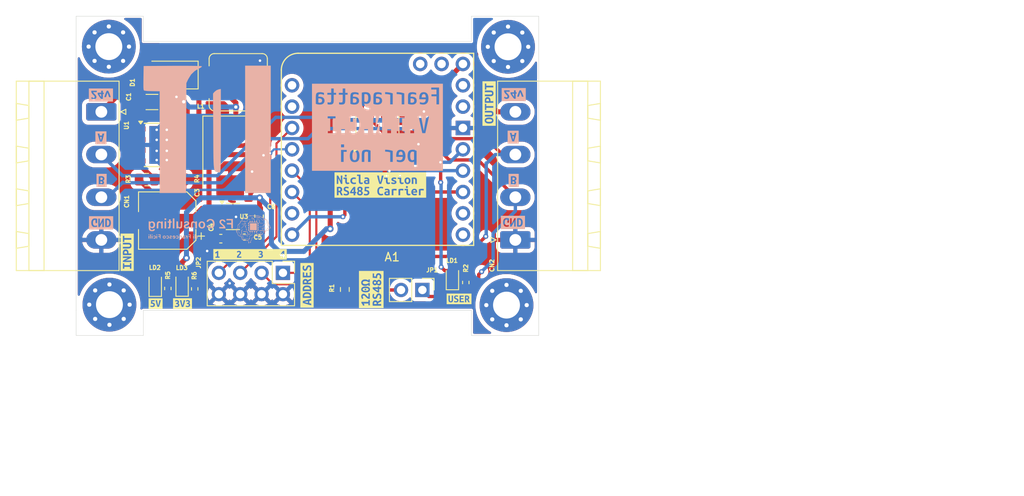
<source format=kicad_pcb>
(kicad_pcb (version 20241229) (generator "pcbnew") (generator_version "9.0")
  (layers (0 "F.Cu" signal) (4 "In1.Cu" signal) (6 "In2.Cu" signal) (2 "B.Cu" signal) (13 "F.Paste" user) (15 "B.Paste" user) (5 "F.SilkS" user "F.Silkscreen") (7 "B.SilkS" user "B.Silkscreen") (1 "F.Mask" user) (3 "B.Mask" user) (25 "Edge.Cuts" user))
  (net 0 "")
  (net 1 "Net-(D1-K)")
  (net 2 "GND")
  (net 3 "Net-(D2-K)")
  (net 4 "Net-(U1-BOOT)")
  (net 5 "/5V")
  (net 6 "Net-(U3-BP)")
  (net 7 "/3V3")
  (net 8 "/B")
  (net 9 "/24V")
  (net 10 "/A")
  (net 11 "/SCL")
  (net 12 "/SDA")
  (net 13 "Net-(JP1-B)")
  (net 14 "Net-(LD1-K)")
  (net 15 "/LED")
  (net 16 "Net-(LD2-K)")
  (net 17 "Net-(LD3-K)")
  (net 18 "Net-(U1-VSENSE)")
  (net 22 "/DE_RE")
  (net 23 "/DI")
  (net 24 "/RO")
  (net 31 "/D10")
  (net 32 "/D9")
  (net 33 "/D8")
  (net 34 "/D7")
  (footprint "kibuzzard-687D11A9" (layer "F.Cu") (at 130.95 107.13)
    (property "Reference" "kibuzzard-687D11A9" (hide yes))
    (property "Value" "G***" (hide yes))
  )
  (footprint "Capacitor_SMD:C_0402_1005Metric" (layer "F.Cu") (at 138.31 99.205 180)
    (property "Reference" "C5" (at -1.59 -0.03 0) (layer "F.SilkS") (effects (font (size 0.5 0.5) (thickness 0.125))))
    (property "Value" "470pF" (hide yes))
    (pad "1" smd roundrect (at -0.48 0 180) (size 0.56 0.62) (layers "F.Cu" "F.Mask" "F.Paste") (net 6 "Net-(U3-BP)"))
    (pad "2" smd roundrect (at 0.48 0 180) (size 0.56 0.62) (layers "F.Cu" "F.Mask" "F.Paste") (net 2 "GND"))
  )
  (footprint "Resistor_SMD:R_0402_1005Metric" (layer "F.Cu") (at 129.21 105.33 90)
    (property "Reference" "R5" (at 1.5625 0 90) (layer "F.SilkS") (effects (font (size 0.5 0.5) (thickness 0.125))))
    (property "Value" "1k" (hide yes))
    (pad "1" smd roundrect (at -0.51 0 90) (size 0.54 0.64) (layers "F.Cu" "F.Mask" "F.Paste") (net 16 "Net-(LD2-K)"))
    (pad "2" smd roundrect (at 0.51 0 90) (size 0.54 0.64) (layers "F.Cu" "F.Mask" "F.Paste") (net 2 "GND"))
  )
  (footprint "Capacitor_SMD:C_0402_1005Metric" (layer "F.Cu") (at 131.03 84.655 180)
    (property "Reference" "C2" (at 0.15 0.975 180) (layer "F.SilkS") (effects (font (size 0.5 0.5) (thickness 0.125))))
    (property "Value" "10nF" (hide yes))
    (pad "1" smd roundrect (at -0.48 0 180) (size 0.56 0.62) (layers "F.Cu" "F.Mask" "F.Paste") (net 3 "Net-(D2-K)"))
    (pad "2" smd roundrect (at 0.48 0 180) (size 0.56 0.62) (layers "F.Cu" "F.Mask" "F.Paste") (net 4 "Net-(U1-BOOT)"))
  )
  (footprint "Capacitor_SMD:C_0603_1608Metric" (layer "F.Cu") (at 140.05 96.725 -90)
    (property "Reference" "C6" (at -1.12 -1.46 180) (layer "F.SilkS") (effects (font (size 0.5 0.5) (thickness 0.125))))
    (property "Value" "10uF" (hide yes))
    (pad "1" smd roundrect (at -0.775 0 270) (size 0.9 0.95) (layers "F.Cu" "F.Mask" "F.Paste") (net 7 "/3V3"))
    (pad "2" smd roundrect (at 0.775 0 270) (size 0.9 0.95) (layers "F.Cu" "F.Mask" "F.Paste") (net 2 "GND"))
  )
  (footprint "Diode_SMD:D_SMC" (layer "F.Cu") (at 136.62 89.72 -90)
    (property "Reference" "D2" (at -4.41 -4.01 90) (layer "F.SilkS") (effects (font (size 0.5 0.5) (thickness 0.125))))
    (property "Value" "B560C-13-F" (hide yes))
    (pad "1" smd roundrect (at -3.4 0) (size 3.3 2.5) (layers "F.Cu" "F.Mask" "F.Paste") (roundrect_rratio 0.1) (net 3 "Net-(D2-K)"))
    (pad "2" smd roundrect (at 3.4 0) (size 3.3 2.5) (layers "F.Cu" "F.Mask" "F.Paste") (roundrect_rratio 0.1) (net 2 "GND"))
  )
  (footprint "MountingHole:MountingHole_3.2mm_M3_Pad_Via" (layer "F.Cu") (at 122.19 76.55)
    (property "Reference" "REF**" (hide yes))
    (property "Value" "MountingHole_3.2mm_M3_Pad_Via" (hide yes))
    (pad "1" thru_hole circle (at -2.4 0) (size 0.8 0.8) (drill 0.5) (layers "*.Cu" "*.Mask"))
    (pad "1" thru_hole circle (at -1.697056 -1.697056) (size 0.8 0.8) (drill 0.5) (layers "*.Cu" "*.Mask"))
    (pad "1" thru_hole circle (at -1.697056 1.697056) (size 0.8 0.8) (drill 0.5) (layers "*.Cu" "*.Mask"))
    (pad "1" thru_hole circle (at 0 -2.4) (size 0.8 0.8) (drill 0.5) (layers "*.Cu" "*.Mask"))
    (pad "1" thru_hole circle (at 0 0) (size 6.4 6.4) (drill 3.2) (layers "*.Cu" "*.Mask"))
    (pad "1" thru_hole circle (at 0 2.4) (size 0.8 0.8) (drill 0.5) (layers "*.Cu" "*.Mask"))
    (pad "1" thru_hole circle (at 1.697056 -1.697056) (size 0.8 0.8) (drill 0.5) (layers "*.Cu" "*.Mask"))
    (pad "1" thru_hole circle (at 1.697056 1.697056) (size 0.8 0.8) (drill 0.5) (layers "*.Cu" "*.Mask"))
    (pad "1" thru_hole circle (at 2.4 0) (size 0.8 0.8) (drill 0.5) (layers "*.Cu" "*.Mask"))
  )
  (footprint "LED_SMD:LED_0603_1608Metric" (layer "F.Cu") (at 163.04 103.9975 90)
    (property "Reference" "LD1" (at 1.9875 -0.06 180) (layer "F.SilkS") (effects (font (size 0.5 0.5) (thickness 0.125))))
    (property "Value" "3v3" (hide yes))
    (pad "1" smd roundrect (at -0.7875 0 90) (size 0.875 0.95) (layers "F.Cu" "F.Mask" "F.Paste") (net 14 "Net-(LD1-K)"))
    (pad "2" smd roundrect (at 0.7875 0 90) (size 0.875 0.95) (layers "F.Cu" "F.Mask" "F.Paste") (net 15 "/LED"))
  )
  (footprint "Resistor_SMD:R_0603_1608Metric" (layer "F.Cu") (at 150.25 105.45 -90)
    (property "Reference" "R1" (at -0.155 1.54 90) (layer "F.SilkS") (effects (font (size 0.5 0.5) (thickness 0.125))))
    (property "Value" "120" (hide yes))
    (pad "1" smd roundrect (at -0.825 0 270) (size 0.8 0.95) (layers "F.Cu" "F.Mask" "F.Paste") (net 10 "/A"))
    (pad "2" smd roundrect (at 0.825 0 270) (size 0.8 0.95) (layers "F.Cu" "F.Mask" "F.Paste") (net 13 "Net-(JP1-B)"))
  )
  (footprint "Capacitor_SMD:CP_Elec_6.3x7.7" (layer "F.Cu") (at 129.13 97.25 180)
    (property "Reference" "C3" (at -3.56 3.31 90) (layer "F.SilkS") (effects (font (size 0.5 0.5) (thickness 0.125))))
    (property "Value" "150uF" (hide yes))
    (pad "1" smd roundrect (at -2.7 0 180) (size 3.5 1.6) (layers "F.Cu" "F.Mask" "F.Paste") (roundrect_rratio 0.15625) (net 5 "/5V"))
    (pad "2" smd roundrect (at 2.7 0 180) (size 3.5 1.6) (layers "F.Cu" "F.Mask" "F.Paste") (roundrect_rratio 0.15625) (net 2 "GND"))
  )
  (footprint "Connector_PinHeader_2.54mm:PinHeader_1x02_P2.54mm_Vertical" (layer "F.Cu") (at 159.47 105.51 -90)
    (property "Reference" "JP1" (at -2.37 -1.15 180) (layer "F.SilkS") (effects (font (size 0.5 0.5) (thickness 0.125))))
    (property "Value" "RS485 Term" (hide yes))
    (pad "1" thru_hole rect (at 0 0 270) (size 1.7 1.7) (drill 1) (layers "*.Cu" "*.Mask") (net 8 "/B"))
    (pad "2" thru_hole circle (at 0 2.54 270) (size 1.7 1.7) (drill 1) (layers "*.Cu" "*.Mask") (net 13 "Net-(JP1-B)"))
  )
  (footprint "Package_SO:SOIC-8_3.9x4.9mm_P1.27mm" (layer "F.Cu") (at 154.125 86.145 90)
    (property "Reference" "U2" (at 4.695 -0.215 0) (layer "F.SilkS") (effects (font (size 0.5 0.5) (thickness 0.125))))
    (property "Value" "MAX3485EESA+T" (hide yes))
    (pad "1" smd roundrect (at -2.475 -1.905 90) (size 1.95 0.6) (layers "F.Cu" "F.Mask" "F.Paste") (net 24 "/RO"))
    (pad "2" smd roundrect (at -2.475 -0.635 90) (size 1.95 0.6) (layers "F.Cu" "F.Mask" "F.Paste") (net 22 "/DE_RE"))
    (pad "3" smd roundrect (at -2.475 0.635 90) (size 1.95 0.6) (layers "F.Cu" "F.Mask" "F.Paste") (net 22 "/DE_RE"))
    (pad "4" smd roundrect (at -2.475 1.905 90) (size 1.95 0.6) (layers "F.Cu" "F.Mask" "F.Paste") (net 23 "/DI"))
    (pad "5" smd roundrect (at 2.475 1.905 90) (size 1.95 0.6) (layers "F.Cu" "F.Mask" "F.Paste") (net 2 "GND"))
    (pad "6" smd roundrect (at 2.475 0.635 90) (size 1.95 0.6) (layers "F.Cu" "F.Mask" "F.Paste") (net 10 "/A"))
    (pad "7" smd roundrect (at 2.475 -0.635 90) (size 1.95 0.6) (layers "F.Cu" "F.Mask" "F.Paste") (net 8 "/B"))
    (pad "8" smd roundrect (at 2.475 -1.905 90) (size 1.95 0.6) (layers "F.Cu" "F.Mask" "F.Paste") (net 7 "/3V3"))
  )
  (footprint "MountingHole:MountingHole_3.2mm_M3_Pad_Via" (layer "F.Cu") (at 169.47 107.31)
    (property "Reference" "REF**" (hide yes))
    (property "Value" "MountingHole_3.2mm_M3_Pad_Via" (hide yes))
    (pad "1" thru_hole circle (at -2.4 0) (size 0.8 0.8) (drill 0.5) (layers "*.Cu" "*.Mask"))
    (pad "1" thru_hole circle (at -1.697056 -1.697056) (size 0.8 0.8) (drill 0.5) (layers "*.Cu" "*.Mask"))
    (pad "1" thru_hole circle (at -1.697056 1.697056) (size 0.8 0.8) (drill 0.5) (layers "*.Cu" "*.Mask"))
    (pad "1" thru_hole circle (at 0 -2.4) (size 0.8 0.8) (drill 0.5) (layers "*.Cu" "*.Mask"))
    (pad "1" thru_hole circle (at 0 0) (size 6.4 6.4) (drill 3.2) (layers "*.Cu" "*.Mask"))
    (pad "1" thru_hole circle (at 0 2.4) (size 0.8 0.8) (drill 0.5) (layers "*.Cu" "*.Mask"))
    (pad "1" thru_hole circle (at 1.697056 -1.697056) (size 0.8 0.8) (drill 0.5) (layers "*.Cu" "*.Mask"))
    (pad "1" thru_hole circle (at 1.697056 1.697056) (size 0.8 0.8) (drill 0.5) (layers "*.Cu" "*.Mask"))
    (pad "1" thru_hole circle (at 2.4 0) (size 0.8 0.8) (drill 0.5) (layers "*.Cu" "*.Mask"))
  )
  (footprint "MountingHole:MountingHole_3.2mm_M3_Pad_Via" (layer "F.Cu") (at 122.262944 107.257056)
    (property "Reference" "REF**" (hide yes))
    (property "Value" "MountingHole_3.2mm_M3_Pad_Via" (hide yes))
    (pad "1" thru_hole circle (at -2.4 0) (size 0.8 0.8) (drill 0.5) (layers "*.Cu" "*.Mask"))
    (pad "1" thru_hole circle (at -1.697056 -1.697056) (size 0.8 0.8) (drill 0.5) (layers "*.Cu" "*.Mask"))
    (pad "1" thru_hole circle (at -1.697056 1.697056) (size 0.8 0.8) (drill 0.5) (layers "*.Cu" "*.Mask"))
    (pad "1" thru_hole circle (at 0 -2.4) (size 0.8 0.8) (drill 0.5) (layers "*.Cu" "*.Mask"))
    (pad "1" thru_hole circle (at 0 0) (size 6.4 6.4) (drill 3.2) (layers "*.Cu" "*.Mask"))
    (pad "1" thru_hole circle (at 0 2.4) (size 0.8 0.8) (drill 0.5) (layers "*.Cu" "*.Mask"))
    (pad "1" thru_hole circle (at 1.697056 -1.697056) (size 0.8 0.8) (drill 0.5) (layers "*.Cu" "*.Mask"))
    (pad "1" thru_hole circle (at 1.697056 1.697056) (size 0.8 0.8) (drill 0.5) (layers "*.Cu" "*.Mask"))
    (pad "1" thru_hole circle (at 2.4 0) (size 0.8 0.8) (drill 0.5) (layers "*.Cu" "*.Mask"))
  )
  (footprint "Inductor_SMD:L_Bourns_SRP7028A_7.3x6.6mm" (layer "F.Cu") (at 137.575 80.79)
    (property "Reference" "L1" (at -4.455 2.86 0) (layer "F.SilkS") (effects (font (size 0.5 0.5) (thickness 0.125))))
    (property "Value" "MWSA0624S-4R7MT" (hide yes))
    (pad "1" smd rect (at -2.725 0) (size 2.95 3.5) (layers "F.Cu" "F.Mask" "F.Paste") (net 3 "Net-(D2-K)"))
    (pad "2" smd rect (at 2.725 0) (size 2.95 3.5) (layers "F.Cu" "F.Mask" "F.Paste") (net 5 "/5V"))
  )
  (footprint "kibuzzard-687D131B" (layer "F.Cu") (at 124.37 101.02 90)
    (property "Reference" "kibuzzard-687D131B" (hide yes))
    (property "Value" "G***" (hide yes))
  )
  (footprint "kibuzzard-687D13F1" (layer "F.Cu") (at 145.75 104.95 90)
    (property "Reference" "kibuzzard-687D13F1" (hide yes))
    (property "Value" "G***" (hide yes))
  )
  (footprint "Connector_Phoenix_MSTB:PhoenixContact_MSTBA_2,5_4-G-5,08_1x04_P5.08mm_Horizontal" (layer "F.Cu") (at 121.3 84.31 -90)
    (property "Reference" "CN1" (at 10.67 -3.02 90) (layer "F.SilkS") (effects (font (size 0.5 0.5) (thickness 0.125))))
    (property "Value" "Input")
    (pad "1" thru_hole roundrect (at 0 0 270) (size 2.08 3.6) (drill 1.4) (layers "*.Cu" "*.Mask") (roundrect_rratio 0.120192) (net 9 "/24V"))
    (pad "2" thru_hole oval (at 5.08 0 270) (size 2.08 3.6) (drill 1.4) (layers "*.Cu" "*.Mask") (net 10 "/A"))
    (pad "3" thru_hole oval (at 10.16 0 270) (size 2.08 3.6) (drill 1.4) (layers "*.Cu" "*.Mask") (net 8 "/B"))
    (pad "4" thru_hole oval (at 15.24 0 270) (size 2.08 3.6) (drill 1.4) (layers "*.Cu" "*.Mask") (net 2 "GND"))
  )
  (footprint "Logo:IDT" (layer "F.Cu") (at 227.04 128.67)
    (property "Reference" "G***" (hide yes))
    (property "Value" "LOGO" (hide yes))
  )
  (footprint "Diode_SMD:D_SMA" (layer "F.Cu") (at 129.3 79.93 180)
    (property "Reference" "D1" (at 4.3 -0.89 90) (layer "F.SilkS") (effects (font (size 0.5 0.5) (thickness 0.125))))
    (property "Value" "D_Schottky" (hide yes))
    (pad "1" smd roundrect (at -2 0 180) (size 2.5 1.8) (layers "F.Cu" "F.Mask" "F.Paste") (roundrect_rratio 0.1388888889) (net 1 "Net-(D1-K)"))
    (pad "2" smd roundrect (at 2 0 180) (size 2.5 1.8) (layers "F.Cu" "F.Mask" "F.Paste") (roundrect_rratio 0.1388888889) (net 9 "/24V"))
  )
  (footprint "Capacitor_SMD:C_1206_3216Metric" (layer "F.Cu") (at 127.32 83.14)
    (property "Reference" "C1" (at -2.765 -0.615 90) (layer "F.SilkS") (effects (font (size 0.5 0.5) (thickness 0.125))))
    (property "Value" "10uF" (hide yes))
    (pad "1" smd roundrect (at -1.475 0) (size 1.15 1.8) (layers "F.Cu" "F.Mask" "F.Paste") (roundrect_rratio 0.217391) (net 1 "Net-(D1-K)"))
    (pad "2" smd roundrect (at 1.475 0) (size 1.15 1.8) (layers "F.Cu" "F.Mask" "F.Paste") (roundrect_rratio 0.217391) (net 2 "GND"))
  )
  (footprint "Resistor_SMD:R_0402_1005Metric" (layer "F.Cu") (at 132.4 105.38 90)
    (property "Reference" "R6" (at 1.5725 -0.05 90) (layer "F.SilkS") (effects (font (size 0.5 0.5) (thickness 0.125))))
    (property "Value" "1k" (hide yes))
    (pad "1" smd roundrect (at -0.51 0 90) (size 0.54 0.64) (layers "F.Cu" "F.Mask" "F.Paste") (net 17 "Net-(LD3-K)"))
    (pad "2" smd roundrect (at 0.51 0 90) (size 0.54 0.64) (layers "F.Cu" "F.Mask" "F.Paste") (net 2 "GND"))
  )
  (footprint "kibuzzard-687D1379" (layer "F.Cu") (at 167.4 83.32 90)
    (property "Reference" "kibuzzard-687D1379" (hide yes))
    (property "Value" "G***" (hide yes))
  )
  (footprint "Resistor_SMD:R_0805_2012Metric" (layer "F.Cu") (at 126.6975 92.37)
    (property "Reference" "R3" (at -2.1875 -0.04 90) (layer "F.SilkS") (effects (font (size 0.5 0.5) (thickness 0.125))))
    (property "Value" "10k" (hide yes))
    (pad "1" smd roundrect (at -0.9125 0) (size 1.025 1.4) (layers "F.Cu" "F.Mask" "F.Paste") (roundrect_rratio 0.243902) (net 5 "/5V"))
    (pad "2" smd roundrect (at 0.9125 0) (size 1.025 1.4) (layers "F.Cu" "F.Mask" "F.Paste") (roundrect_rratio 0.243902) (net 18 "Net-(U1-VSENSE)"))
  )
  (footprint "kibuzzard-687D11CA" (layer "F.Cu") (at 163.83 106.57)
    (property "Reference" "kibuzzard-687D11CA" (hide yes))
    (property "Value" "G***" (hide yes))
  )
  (footprint "Package_TO_SOT_SMD:SOT-23-5" (layer "F.Cu") (at 136.9425 96.765)
    (property "Reference" "U3" (at 1.3075 0.01 0) (layer "F.SilkS") (effects (font (size 0.5 0.5) (thickness 0.125))))
    (property "Value" "SPX3819M5-L-3-3" (hide yes))
    (pad "1" smd roundrect (at -1.1375 -0.95) (size 1.325 0.6) (layers "F.Cu" "F.Mask" "F.Paste") (net 5 "/5V"))
    (pad "2" smd roundrect (at -1.1375 0) (size 1.325 0.6) (layers "F.Cu" "F.Mask" "F.Paste") (net 2 "GND"))
    (pad "3" smd roundrect (at -1.1375 0.95) (size 1.325 0.6) (layers "F.Cu" "F.Mask" "F.Paste") (net 5 "/5V"))
    (pad "4" smd roundrect (at 1.1375 0.95) (size 1.325 0.6) (layers "F.Cu" "F.Mask" "F.Paste") (net 6 "Net-(U3-BP)"))
    (pad "5" smd roundrect (at 1.1375 -0.95) (size 1.325 0.6) (layers "F.Cu" "F.Mask" "F.Paste") (net 7 "/3V3"))
  )
  (footprint "kibuzzard-687D118B" (layer "F.Cu") (at 127.75 107.13)
    (property "Reference" "kibuzzard-687D118B" (hide yes))
    (property "Value" "G***" (hide yes))
  )
  (footprint "Resistor_SMD:R_0402_1005Metric" (layer "F.Cu") (at 164.63 104.62 90)
    (property "Reference" "R2" (at 1.6925 0.01 90) (layer "F.SilkS") (effects (font (size 0.5 0.5) (thickness 0.125))))
    (property "Value" "1k" (hide yes))
    (pad "1" smd roundrect (at -0.51 0 90) (size 0.54 0.64) (layers "F.Cu" "F.Mask" "F.Paste") (net 14 "Net-(LD1-K)"))
    (pad "2" smd roundrect (at 0.51 0 90) (size 0.54 0.64) (layers "F.Cu" "F.Mask" "F.Paste") (net 2 "GND"))
  )
  (footprint "kibuzzard-687D1424" (layer "F.Cu") (at 154.47 93.02)
    (property "Reference" "kibuzzard-687D1424" (hide yes))
    (property "Value" "G***" (hide yes))
  )
  (footprint "Package_SO:TI_SO-PowerPAD-8_ThermalVias" (layer "F.Cu") (at 128.48 88.25)
    (property "Reference" "U1" (at -4.19 -2.33 270) (layer "F.SilkS") (effects (font (size 0.5 0.5) (thickness 0.125))))
    (property "Value" "TPS5430DDA" (hide yes))
    (pad "1" smd rect (at -2.7 -1.905) (size 1.55 0.6) (layers "F.Cu" "F.Mask" "F.Paste") (net 4 "Net-(U1-BOOT)"))
    (pad "2" smd rect (at -2.7 -0.635) (size 1.55 0.6) (layers "F.Cu" "F.Mask" "F.Paste"))
    (pad "3" smd rect (at -2.7 0.635) (size 1.55 0.6) (layers "F.Cu" "F.Mask" "F.Paste"))
    (pad "4" smd rect (at -2.7 1.905) (size 1.55 0.6) (layers "F.Cu" "F.Mask" "F.Paste") (net 18 "Net-(U1-VSENSE)"))
    (pad "5" smd rect (at 2.7 1.905) (size 1.55 0.6) (layers "F.Cu" "F.Mask" "F.Paste"))
    (pad "6" smd rect (at 2.7 0.635) (size 1.55 0.6) (layers "F.Cu" "F.Mask" "F.Paste") (net 2 "GND"))
    (pad "7" smd rect (at 2.7 -0.635) (size 1.55 0.6) (layers "F.Cu" "F.Mask" "F.Paste") (net 1 "Net-(D1-K)"))
    (pad "8" smd rect (at 2.7 -1.905) (size 1.55 0.6) (layers "F.Cu" "F.Mask" "F.Paste") (net 3 "Net-(D2-K)"))
    (pad "9" thru_hole circle (at -0.6 -1.8) (size 0.6 0.6) (drill 0.3) (layers "*.Cu") (net 2 "GND"))
    (pad "9" thru_hole circle (at -0.6 -0.6) (size 0.6 0.6) (drill 0.3) (layers "*.Cu") (net 2 "GND"))
    (pad "9" thru_hole circle (at -0.6 0.7) (size 0.6 0.6) (drill 0.3) (layers "*.Cu") (net 2 "GND"))
    (pad "9" thru_hole circle (at -0.6 1.8) (size 0.6 0.6) (drill 0.3) (layers "*.Cu") (net 2 "GND"))
    (pad "9" smd rect (at 0 0) (size 2.6 3.1) (layers "F.Cu" "F.Mask" "F.Paste") (net 2 "GND"))
    (pad "9" smd rect (at 0 0) (size 2.95 4.5) (layers "F.Cu") (net 2 "GND"))
    (pad "9" smd rect (at 0 0) (size 2.95 4.5) (layers "B.Cu") (net 2 "GND"))
    (pad "9" thru_hole circle (at 0.6 -1.8) (size 0.6 0.6) (drill 0.3) (layers "*.Cu") (net 2 "GND"))
    (pad "9" thru_hole circle (at 0.6 -0.6) (size 0.6 0.6) (drill 0.3) (layers "*.Cu") (net 2 "GND"))
    (pad "9" thru_hole circle (at 0.6 0.7) (size 0.6 0.6) (drill 0.3) (layers "*.Cu") (net 2 "GND"))
    (pad "9" thru_hole circle (at 0.6 1.8) (size 0.6 0.6) (drill 0.3) (layers "*.Cu") (net 2 "GND"))
  )
  (footprint "MountingHole:MountingHole_3.2mm_M3_Pad_Via" (layer "F.Cu") (at 169.65 76.57)
    (property "Reference" "REF**" (hide yes))
    (property "Value" "MountingHole_3.2mm_M3_Pad_Via" (hide yes))
    (pad "1" thru_hole circle (at -2.4 0) (size 0.8 0.8) (drill 0.5) (layers "*.Cu" "*.Mask"))
    (pad "1" thru_hole circle (at -1.697056 -1.697056) (size 0.8 0.8) (drill 0.5) (layers "*.Cu" "*.Mask"))
    (pad "1" thru_hole circle (at -1.697056 1.697056) (size 0.8 0.8) (drill 0.5) (layers "*.Cu" "*.Mask"))
    (pad "1" thru_hole circle (at 0 -2.4) (size 0.8 0.8) (drill 0.5) (layers "*.Cu" "*.Mask"))
    (pad "1" thru_hole circle (at 0 0) (size 6.4 6.4) (drill 3.2) (layers "*.Cu" "*.Mask"))
    (pad "1" thru_hole circle (at 0 2.4) (size 0.8 0.8) (drill 0.5) (layers "*.Cu" "*.Mask"))
    (pad "1" thru_hole circle (at 1.697056 -1.697056) (size 0.8 0.8) (drill 0.5) (layers "*.Cu" "*.Mask"))
    (pad "1" thru_hole circle (at 1.697056 1.697056) (size 0.8 0.8) (drill 0.5) (layers "*.Cu" "*.Mask"))
    (pad "1" thru_hole circle (at 2.4 0) (size 0.8 0.8) (drill 0.5) (layers "*.Cu" "*.Mask"))
  )
  (footprint "Connector_Phoenix_MSTB:PhoenixContact_MSTBA_2,5_4-G-5,08_1x04_P5.08mm_Horizontal" (layer "F.Cu") (at 170.5225 99.55 90)
    (property "Reference" "CN2" (at -3.05 -2.7725 90) (layer "F.SilkS") (effects (font (size 0.5 0.5) (thickness 0.125))))
    (property "Value" "Output")
    (pad "1" thru_hole roundrect (at 0 0 90) (size 2.08 3.6) (drill 1.4) (layers "*.Cu" "*.Mask") (roundrect_rratio 0.120192) (net 2 "GND"))
    (pad "2" thru_hole oval (at 5.08 0 90) (size 2.08 3.6) (drill 1.4) (layers "*.Cu" "*.Mask") (net 8 "/B"))
    (pad "3" thru_hole oval (at 10.16 0 90) (size 2.08 3.6) (drill 1.4) (layers "*.Cu" "*.Mask") (net 10 "/A"))
    (pad "4" thru_hole oval (at 15.24 0 90) (size 2.08 3.6) (drill 1.4) (layers "*.Cu" "*.Mask") (net 9 "/24V"))
  )
  (footprint "kibuzzard-687D1205" (layer "F.Cu") (at 138.98 101.27)
    (property "Reference" "kibuzzard-687D1205" (hide yes))
    (property "Value" "G***" (hide yes))
  )
  (footprint "Footprint:Arduino_Nicla_Vision_Socket" (layer "F.Cu") (at 142.7 77.34)
    (property "Reference" "A1" (at 13.18 24.25 0) (layer "F.SilkS"))
    (property "Value" "Arduino_Nicla_Vision_Socket" (hide yes))
    (pad "" thru_hole circle (at 21.59 3.81) (size 1.7272 1.7272) (drill 1.016) (layers "*.Cu" "*.Mask"))
    (pad "A0" thru_hole circle (at 1.27 3.81) (size 1.7272 1.7272) (drill 1.016) (layers "*.Cu" "*.Mask"))
    (pad "A1" thru_hole circle (at 1.27 6.35) (size 1.7272 1.7272) (drill 1.016) (layers "*.Cu" "*.Mask"))
    (pad "A2" thru_hole circle (at 1.27 19.05) (size 1.7272 1.7272) (drill 1.016) (layers "*.Cu" "*.Mask"))
    (pad "D0" thru_hole circle (at 1.27 21.59) (size 1.7272 1.7272) (drill 1.016) (layers "*.Cu" "*.Mask") (net 22 "/DE_RE"))
    (pad "D1" thru_hole circle (at 21.59 16.51) (size 1.7272 1.7272) (drill 1.016) (layers "*.Cu" "*.Mask") (net 23 "/DI"))
    (pad "D2" thru_hole circle (at 21.59 13.97) (size 1.7272 1.7272) (drill 1.016) (layers "*.Cu" "*.Mask") (net 24 "/RO"))
    (pad "D3" thru_hole circle (at 21.59 11.43) (size 1.7272 1.7272) (drill 1.016) (layers "*.Cu" "*.Mask") (net 15 "/LED"))
    (pad "D7" thru_hole circle (at 1.27 16.51) (size 1.7272 1.7272) (drill 1.016) (layers "*.Cu" "*.Mask") (net 34 "/D7"))
    (pad "D8" thru_hole circle (at 1.27 13.97) (size 1.7272 1.7272) (drill 1.016) (layers "*.Cu" "*.Mask") (net 33 "/D8"))
    (pad "D9" thru_hole circle (at 1.27 8.89) (size 1.7272 1.7272) (drill 1.016) (layers "*.Cu" "*.Mask") (net 32 "/D9"))
    (pad "D10" thru_hole circle (at 1.27 11.43) (size 1.7272 1.7272) (drill 1.016) (layers "*.Cu" "*.Mask") (net 31 "/D10"))
    (pad "D11" thru_hole circle (at 21.59 21.59) (size 1.7272 1.7272) (drill 1.016) (layers "*.Cu" "*.Mask") (net 12 "/SDA"))
    (pad "D12" thru_hole circle (at 21.59 19.05) (size 1.7272 1.7272) (drill 1.016) (layers "*.Cu" "*.Mask") (net 11 "/SCL"))
    (pad "GND" thru_hole rect (at 21.59 8.89) (size 1.7272 1.7272) (drill 1.016) (layers "*.Cu" "*.Mask") (net 2 "GND"))
    (pad "NTC" thru_hole circle (at 19.05 1.27) (size 1.7272 1.7272) (drill 1.016) (layers "*.Cu" "*.Mask"))
    (pad "VBAT" thru_hole circle (at 16.51 1.27) (size 1.7272 1.7272) (drill 1.016) (layers "*.Cu" "*.Mask"))
    (pad "VDIO" thru_hole circle (at 21.59 6.35) (size 1.7272 1.7272) (drill 1.016) (layers "*.Cu" "*.Mask"))
    (pad "VIN" thru_hole circle (at 21.59 1.27) (size 1.7272 1.7272) (drill 1.016) (layers "*.Cu" "*.Mask") (net 5 "/5V"))
  )
  (footprint "Capacitor_SMD:C_0603_1608Metric" (layer "F.Cu") (at 135.505 99.405)
    (property "Reference" "C4" (at -1.145 -1.36 90) (layer "F.SilkS") (effects (font (size 0.5 0.5) (thickness 0.125))))
    (property "Value" "1uF" (hide yes))
    (pad "1" smd roundrect (at -0.775 0) (size 0.9 0.95) (layers "F.Cu" "F.Mask" "F.Paste") (net 5 "/5V"))
    (pad "2" smd roundrect (at 0.775 0) (size 0.9 0.95) (layers "F.Cu" "F.Mask" "F.Paste") (net 2 "GND"))
  )
  (footprint "Resistor_SMD:R_0805_2012Metric" (layer "F.Cu") (at 130.2475 92.35)
    (property "Reference" "R4" (at 2.43 -0.07 90) (layer "F.SilkS") (effects (font (size 0.5 0.5) (thickness 0.125))))
    (property "Value" "3.3k" (hide yes))
    (pad "1" smd roundrect (at -0.9125 0) (size 1.025 1.4) (layers "F.Cu" "F.Mask" "F.Paste") (roundrect_rratio 0.243902) (net 18 "Net-(U1-VSENSE)"))
    (pad "2" smd roundrect (at 0.9125 0) (size 1.025 1.4) (layers "F.Cu" "F.Mask" "F.Paste") (roundrect_rratio 0.243902) (net 2 "GND"))
  )
  (footprint "Connector_PinHeader_2.54mm:PinHeader_2x04_P2.54mm_Vertical" (layer "F.Cu") (at 142.89 103.47 -90)
    (property "Reference" "JP2" (at -1.2 10.03 90) (layer "F.SilkS") (effects (font (size 0.5 0.5) (thickness 0.125))))
    (property "Value" "Address" (hide yes))
    (pad "1" thru_hole rect (at 0 0 270) (size 1.7 1.7) (drill 1) (layers "*.Cu" "*.Mask") (net 34 "/D7"))
    (pad "2" thru_hole circle (at 2.54 0 270) (size 1.7 1.7) (drill 1) (layers "*.Cu" "*.Mask") (net 2 "GND"))
    (pad "3" thru_hole circle (at 0 2.54 270) (size 1.7 1.7) (drill 1) (layers "*.Cu" "*.Mask") (net 33 "/D8"))
    (pad "4" thru_hole circle (at 2.54 2.54 270) (size 1.7 1.7) (drill 1) (layers "*.Cu" "*.Mask") (net 2 "GND"))
    (pad "5" thru_hole circle (at 0 5.08 270) (size 1.7 1.7) (drill 1) (layers "*.Cu" "*.Mask") (net 32 "/D9"))
    (pad "6" thru_hole circle (at 2.54 5.08 270) (size 1.7 1.7) (drill 1) (layers "*.Cu" "*.Mask") (net 2 "GND"))
    (pad "7" thru_hole circle (at 0 7.62 270) (size 1.7 1.7) (drill 1) (layers "*.Cu" "*.Mask") (net 31 "/D10"))
    (pad "8" thru_hole circle (at 2.54 7.62 270) (size 1.7 1.7) (drill 1) (layers "*.Cu" "*.Mask") (net 2 "GND"))
  )
  (footprint "kibuzzard-687D13E0" (layer "F.Cu") (at 153.39 105.45 90)
    (property "Reference" "kibuzzard-687D13E0" (hide yes))
    (property "Value" "G***" (hide yes))
  )
  (footprint "LED_SMD:LED_0603_1608Metric" (layer "F.Cu") (at 130.9 104.77 90)
    (property "Reference" "LD3" (at 1.9 -0.04 180) (layer "F.SilkS") (effects (font (size 0.5 0.5) (thickness 0.125))))
    (property "Value" "3v3" (hide yes))
    (pad "1" smd roundrect (at -0.7875 0 90) (size 0.875 0.95) (layers "F.Cu" "F.Mask" "F.Paste") (net 17 "Net-(LD3-K)"))
    (pad "2" smd roundrect (at 0.7875 0 90) (size 0.875 0.95) (layers "F.Cu" "F.Mask" "F.Paste") (net 7 "/3V3"))
  )
  (footprint "LED_SMD:LED_0603_1608Metric" (layer "F.Cu") (at 127.71 104.79 90)
    (property "Reference" "LD2" (at 1.94 -0.05 0) (layer "F.SilkS") (effects (font (size 0.5 0.5) (thickness 0.125))))
    (property "Value" "5v" (hide yes))
    (pad "1" smd roundrect (at -0.7875 0 90) (size 0.875 0.95) (layers "F.Cu" "F.Mask" "F.Paste") (net 16 "Net-(LD2-K)"))
    (pad "2" smd roundrect (at 0.7875 0 90) (size 0.875 0.95) (layers "F.Cu" "F.Mask" "F.Paste") (net 5 "/5V"))
  )
  (footprint "kibuzzard-687D122C" (layer "B.Cu") (at 170.33 82.26)
    (property "Reference" "kibuzzard-687D122C" (hide yes))
    (property "Value" "G***" (hide yes))
  )
  (footprint "kibuzzard-687D122C" (layer "B.Cu") (at 121.25 82.31)
    (property "Reference" "kibuzzard-687D122C" (hide yes))
    (property "Value" "G***" (hide yes))
  )
  (footprint "Logo:f2_logo" (layer "B.Cu") (at 134.17 98.28 180)
    (property "Reference" "G***" (hide yes))
    (property "Value" "LOGO" (hide yes))
  )
  (footprint "kibuzzard-687D125B" (layer "B.Cu") (at 121.33 92.47)
    (property "Reference" "kibuzzard-687D125B" (hide yes))
    (property "Value" "G***" (hide yes))
  )
  (footprint "kibuzzard-687D22F4" (layer "B.Cu") (at 154.125 86.145 180)
    (property "Reference" "kibuzzard-687D22F4" (hide yes))
    (property "Value" "G***" (hide yes))
  )
  (footprint "kibuzzard-687D125B" (layer "B.Cu") (at 170.32 92.47)
    (property "Reference" "kibuzzard-687D125B" (hide yes))
    (property "Value" "G***" (hide yes))
  )
  (footprint "kibuzzard-687D124A" (layer "B.Cu") (at 121.25 87.4)
    (property "Reference" "kibuzzard-687D124A" (hide yes))
    (property "Value" "G***" (hide yes))
  )
  (footprint "Logo:IDT" (layer "B.Cu") (at 133.906801 86.432334 180)
    (property "Reference" "G***" (hide yes))
    (property "Value" "LOGO" (hide yes))
  )
  (footprint "kibuzzard-687D1264" (layer "B.Cu") (at 170.23 97.47)
    (property "Reference" "kibuzzard-687D1264" (hide yes))
    (property "Value" "G***" (hide yes))
  )
  (footprint "kibuzzard-687D124A" (layer "B.Cu") (at 170.26 87.32)
    (property "Reference" "kibuzzard-687D124A" (hide yes))
    (property "Value" "G***" (hide yes))
  )
  (footprint "kibuzzard-687D1264" (layer "B.Cu") (at 121.27 97.52)
    (property "Reference" "kibuzzard-687D1264" (hide yes))
    (property "Value" "G***" (hide yes))
  )
  (gr_line (start 126.3 75.93) (end 165.3 75.93) (stroke (width 0.05)) (layer "Edge.Cuts"))
  (gr_line (start 118.3 110.93) (end 126.3 110.93) (stroke (width 0.05)) (layer "Edge.Cuts"))
  (gr_line (start 118.3 107.93) (end 118.3 110.93) (stroke (width 0.05)) (layer "Edge.Cuts"))
  (gr_line (start 173.3 72.93) (end 165.3 72.93) (stroke (width 0.05)) (layer "Edge.Cuts"))
  (gr_line (start 173.3 107.93) (end 173.3 110.93) (stroke (width 0.05)) (layer "Edge.Cuts"))
  (gr_line (start 126.3 110.93) (end 126.3 107.93) (stroke (width 0.05)) (layer "Edge.Cuts"))
  (gr_line (start 118.3 75.93) (end 118.3 72.93) (stroke (width 0.05)) (layer "Edge.Cuts"))
  (gr_line (start 173.3 75.93) (end 173.3 107.93) (stroke (width 0.05)) (layer "Edge.Cuts"))
  (gr_line (start 126.3 72.93) (end 126.3 75.93) (stroke (width 0.05)) (layer "Edge.Cuts"))
  (gr_line (start 173.3 75.93) (end 173.3 72.93) (stroke (width 0.05)) (layer "Edge.Cuts"))
  (gr_line (start 118.3 72.93) (end 126.3 72.93) (stroke (width 0.05)) (layer "Edge.Cuts"))
  (gr_line (start 165.3 107.93) (end 126.3 107.93) (stroke (width 0.05)) (layer "Edge.Cuts"))
  (gr_line (start 165.3 72.93) (end 165.3 75.93) (stroke (width 0.05)) (layer "Edge.Cuts"))
  (gr_line (start 118.3 107.93) (end 118.3 75.93) (stroke (width 0.05)) (layer "Edge.Cuts"))
  (gr_line (start 173.3 110.93) (end 165.3 110.93) (stroke (width 0.05)) (layer "Edge.Cuts"))
  (gr_line (start 165.3 110.93) (end 165.3 107.93) (stroke (width 0.05)) (layer "Edge.Cuts"))
  (segment (start 130.99 81.42) (end 131.3 81.11) (width 0.6) (layer "F.Cu") (net 1))
  (segment (start 131.3 81.11) (end 131.3 79.93) (width 0.6) (layer "F.Cu") (net 1))
  (segment (start 125.845 83.14) (end 125.845 82.045) (width 0.6) (layer "F.Cu") (net 1))
  (segment (start 132.9 87.32) (end 132.9 82.71) (width 0.6) (layer "F.Cu") (net 1))
  (segment (start 132.9 82.71) (end 131.3 81.11) (width 0.6) (layer "F.Cu") (net 1))
  (segment (start 131.18 87.615) (end 132.605 87.615) (width 0.6) (layer "F.Cu") (net 1))
  (segment (start 132.605 87.615) (end 132.9 87.32) (width 0.6) (layer "F.Cu") (net 1))
  (segment (start 126.47 81.42) (end 130.99 81.42) (width 0.6) (layer "F.Cu") (net 1))
  (segment (start 125.845 82.045) (end 126.47 81.42) (width 0.6) (layer "F.Cu") (net 1))
  (via (at 133.88 100.87) (size 0.6) (drill 0.3) (layers "F.Cu" "B.Cu") (net 2))
  (via (at 137.31 96.81) (size 0.6) (drill 0.3) (layers "F.Cu" "B.Cu") (net 2))
  (via (at 136.56 104.71) (size 0.6) (drill 0.3) (layers "F.Cu" "B.Cu") (net 2))
  (via (at 140.16 78.22) (size 0.6) (drill 0.3) (layers "F.Cu" "B.Cu") (net 2))
  (via (at 130.23 82.53) (size 0.6) (drill 0.3) (layers "F.Cu" "B.Cu") (net 2))
  (via (at 139.22 91.42) (size 0.6) (drill 0.3) (layers "F.Cu" "B.Cu") (net 2))
  (via (at 140.58 89.48) (size 0.6) (drill 0.3) (layers "F.Cu" "B.Cu") (net 2))
  (segment (start 137.29 83.74) (end 137.29 85.65) (width 0.6) (layer "F.Cu") (net 3))
  (segment (start 131.51 84.655) (end 131.51 86.015) (width 0.6) (layer "F.Cu") (net 3))
  (segment (start 137.29 85.65) (end 136.62 86.32) (width 0.6) (layer "F.Cu") (net 3))
  (segment (start 131.51 83.52) (end 131.1 83.11) (width 0.6) (layer "F.Cu") (net 3))
  (segment (start 131.51 86.015) (end 131.18 86.345) (width 0.6) (layer "F.Cu") (net 3))
  (segment (start 137.29 83.23) (end 134.85 80.79) (width 0.6) (layer "F.Cu") (net 3))
  (segment (start 131.51 84.655) (end 131.51 83.52) (width 0.6) (layer "F.Cu") (net 3))
  (segment (start 137.29 83.74) (end 137.29 83.23) (width 0.6) (layer "F.Cu") (net 3))
  (via (at 137.29 83.74) (size 0.8) (drill 0.4) (layers "F.Cu" "B.Cu") (net 3))
  (via (at 131.1 83.11) (size 0.8) (drill 0.4) (layers "F.Cu" "B.Cu") (net 3))
  (segment (start 131.1 83.11) (end 131.73 83.74) (width 0.6) (layer "B.Cu") (net 3))
  (segment (start 131.73 83.74) (end 137.29 83.74) (width 0.6) (layer "B.Cu") (net 3))
  (segment (start 125.78 86.345) (end 125.78 85.28) (width 0.6) (layer "F.Cu") (net 4))
  (segment (start 125.78 85.28) (end 126.405 84.655) (width 0.6) (layer "F.Cu") (net 4))
  (segment (start 126.405 84.655) (end 130.55 84.655) (width 0.6) (layer "F.Cu") (net 4))
  (segment (start 140.3 88.08) (end 140.3 80.79) (width 0.6) (layer "F.Cu") (net 5))
  (segment (start 135.805 97.715) (end 134.86 97.715) (width 0.6) (layer "F.Cu") (net 5))
  (segment (start 157.77 80.32) (end 162.58 80.32) (width 0.6) (layer "F.Cu") (net 5))
  (segment (start 135.805 95.815) (end 134.1 95.815) (width 0.6) (layer "F.Cu") (net 5))
  (segment (start 132.295 97.715) (end 131.83 97.25) (width 0.6) (layer "F.Cu") (net 5))
  (segment (start 134.86 97.715) (end 132.295 97.715) (width 0.6) (layer "F.Cu") (net 5))
  (segment (start 134.73 99.405) (end 134.73 97.845) (width 0.6) (layer "F.Cu") (net 5))
  (segment (start 133.265 95.815) (end 131.83 97.25) (width 0.6) (layer "F.Cu") (net 5))
  (segment (start 134.73 97.845) (end 134.86 97.715) (width 0.6) (layer "F.Cu") (net 5))
  (segment (start 134.1 95.815) (end 133.265 95.815) (width 0.6) (layer "F.Cu") (net 5))
  (segment (start 130.665 97.25) (end 131.83 97.25) (width 0.6) (layer "F.Cu") (net 5))
  (segment (start 138.98 89.4) (end 140.3 88.08) (width 0.6) (layer "F.Cu") (net 5))
  (segment (start 134.1 95.815) (end 134.1 90.85) (width 0.6) (layer "F.Cu") (net 5))
  (segment (start 135.55 89.4) (end 138.98 89.4) (width 0.6) (layer "F.Cu") (net 5))
  (segment (start 125.785 92.37) (end 130.665 97.25) (width 0.6) (layer "F.Cu") (net 5))
  (segment (start 155.93 78.48) (end 157.77 80.32) (width 0.6) (layer "F.Cu") (net 5))
  (segment (start 142.61 78.48) (end 155.93 78.48) (width 0.6) (layer "F.Cu") (net 5))
  (segment (start 127.71 104.0025) (end 127.71 101.37) (width 0.6) (layer "F.Cu") (net 5))
  (segment (start 134.1 90.85) (end 135.55 89.4) (width 0.6) (layer "F.Cu") (net 5))
  (segment (start 140.3 80.79) (end 142.61 78.48) (width 0.6) (layer "F.Cu") (net 5))
  (segment (start 127.71 101.37) (end 131.83 97.25) (width 0.6) (layer "F.Cu") (net 5))
  (segment (start 162.58 80.32) (end 164.29 78.61) (width 0.6) (layer "F.Cu") (net 5))
  (segment (start 138.79 98.425) (end 138.08 97.715) (width 0.6) (layer "F.Cu") (net 6))
  (segment (start 138.79 99.205) (end 138.79 98.425) (width 0.6) (layer "F.Cu") (net 6))
  (segment (start 130.9 103.9825) (end 130.9 102.22) (width 0.6) (layer "F.Cu") (net 7))
  (segment (start 130.9 102.22) (end 131.42 101.7) (width 0.6) (layer "F.Cu") (net 7))
  (segment (start 139.915 95.815) (end 140.05 95.95) (width 0.6) (layer "F.Cu") (net 7))
  (segment (start 140.12 95.88) (end 140.05 95.95) (width 0.6) (layer "F.Cu") (net 7))
  (segment (start 140.12 94.54) (end 140.12 95.88) (width 0.6) (layer "F.Cu") (net 7))
  (segment (start 148.51 85.1) (end 149.96 83.65) (width 0.6) (layer "F.Cu") (net 7))
  (segment (start 149.96 83.65) (end 152.2 83.65) (width 0.6) (layer "F.Cu") (net 7))
  (segment (start 152.2 83.65) (end 152.22 83.67) (width 0.6) (layer "F.Cu") (net 7))
  (segment (start 148.51 98.23) (end 148.51 85.1) (width 0.6) (layer "F.Cu") (net 7))
  (segment (start 138.08 95.815) (end 139.915 95.815) (width 0.6) (layer "F.Cu") (net 7))
  (via (at 148.51 98.23) (size 0.8) (drill 0.4) (layers "F.Cu" "B.Cu") (net 7))
  (via (at 140.12 94.54) (size 0.8) (drill 0.4) (layers "F.Cu" "B.Cu") (net 7))
  (via (at 131.42 101.7) (size 0.8) (drill 0.4) (layers "F.Cu" "B.Cu") (net 7))
  (segment (start 133.15 94.54) (end 140.12 94.54) (width 0.6) (layer "B.Cu") (net 7))
  (segment (start 131.42 96.27) (end 133.15 94.54) (width 0.6) (layer "B.Cu") (net 7))
  (segment (start 145.38 100.92) (end 142.41 100.92) (width 0.6) (layer "B.Cu") (net 7))
  (segment (start 141.52 100.03) (end 141.52 95.94) (width 0.6) (layer "B.Cu") (net 7))
  (segment (start 142.41 100.92) (end 141.52 100.03) (width 0.6) (layer "B.Cu") (net 7))
  (segment (start 148.07 98.23) (end 145.38 100.92) (width 0.6) (layer "B.Cu") (net 7))
  (segment (start 141.52 95.94) (end 140.12 94.54) (width 0.6) (layer "B.Cu") (net 7))
  (segment (start 148.51 98.23) (end 148.07 98.23) (width 0.6) (layer "B.Cu") (net 7))
  (segment (start 131.42 101.7) (end 131.42 96.27) (width 0.6) (layer "B.Cu") (net 7))
  (segment (start 166.16 104.87) (end 166.16 103.68) (width 0.4) (layer "F.Cu") (net 8))
  (segment (start 159 88.16) (end 159 86.82) (width 0.4) (layer "F.Cu") (net 8))
  (segment (start 170.5225 94.47) (end 166.0871 90.0346) (width 0.4) (layer "F.Cu") (net 8))
  (segment (start 154.82 86.72) (end 153.49 85.39) (width 0.4) (layer "F.Cu") (net 8))
  (segment (start 159.34 86.72) (end 159.1 86.72) (width 0.4) (layer "F.Cu") (net 8))
  (segment (start 162.6546 90.0346) (end 159.34 86.72) (width 0.4) (layer "F.Cu") (net 8))
  (segment (start 153.49 85.39) (end 153.49 83.67) (width 0.4) (layer "F.Cu") (net 8))
  (segment (start 166.0871 90.0346) (end 162.6546 90.0346) (width 0.4) (layer "F.Cu") (net 8))
  (segment (start 159.1 86.72) (end 154.82 86.72) (width 0.4) (layer "F.Cu") (net 8))
  (segment (start 160.25 106.29) (end 164.38 106.29) (width 0.4) (layer "F.Cu") (net 8))
  (segment (start 164.38 106.29) (end 164.74 106.29) (width 0.4) (layer "F.Cu") (net 8))
  (segment (start 166.16 103.68) (end 166.51 103.33) (width 0.4) (layer "F.Cu") (net 8))
  (segment (start 159 86.82) (end 159.1 86.72) (width 0.4) (layer "F.Cu") (net 8))
  (segment (start 159.47 105.51) (end 160.25 106.29) (width 0.4) (layer "F.Cu") (net 8))
  (segment (start 164.74 106.29) (end 166.16 104.87) (width 0.4) (layer "F.Cu") (net 8))
  (via (at 159 88.16) (size 0.6) (drill 0.3) (layers "F.Cu" "B.Cu") (net 8))
  (via (at 166.51 103.33) (size 0.6) (drill 0.3) (layers "F.Cu" "B.Cu") (net 8))
  (segment (start 166.51 103.33) (end 167.88 101.96) (width 0.4) (layer "B.Cu") (net 8))
  (segment (start 123.86 92.69) (end 123.92 92.75) (width 0.4) (layer "B.Cu") (net 8))
  (segment (start 167.88 101.96) (end 167.88 98.76) (width 0.4) (layer "B.Cu") (net 8))
  (segment (start 140.2 88.13) (end 140.8246 87.5054) (width 0.4) (layer "B.Cu") (net 8))
  (segment (start 122.08 94.47) (end 123.86 92.69) (width 0.4) (layer "B.Cu") (net 8))
  (segment (start 157.14 86.3) (end 159 88.16) (width 0.4) (layer "B.Cu") (net 8))
  (segment (start 147.07 86.3) (end 157.14 86.3) (width 0.4) (layer "B.Cu") (net 8))
  (segment (start 145.8646 87.5054) (end 147.07 86.3) (width 0.4) (layer "B.Cu") (net 8))
  (segment (start 167.88 98.76) (end 170.5225 96.1175) (width 0.4) (layer "B.Cu") (net 8))
  (segment (start 133.57 92.75) (end 135.58 92.75) (width 0.4) (layer "B.Cu") (net 8))
  (segment (start 135.58 92.75) (end 140.2 88.13) (width 0.4) (layer "B.Cu") (net 8))
  (segment (start 123.92 92.75) (end 133.57 92.75) (width 0.4) (layer "B.Cu") (net 8))
  (segment (start 170.5225 96.1175) (end 170.5225 94.47) (width 0.4) (layer "B.Cu") (net 8))
  (segment (start 140.8246 87.5054) (end 145.8646 87.5054) (width 0.4) (layer "B.Cu") (net 8))
  (segment (start 121.3 94.47) (end 122.08 94.47) (width 0.4) (layer "B.Cu") (net 8))
  (segment (start 168.4 84.31) (end 170.5225 84.31) (width 0.6) (layer "F.Cu") (net 9))
  (segment (start 165.8 77.46) (end 165.8 78.64) (width 0.6) (layer "F.Cu") (net 9))
  (segment (start 127.3 79.93) (end 127.3 78.36) (width 0.6) (layer "F.Cu") (net 9))
  (segment (start 128.63 77.03) (end 165.37 77.03) (width 0.6) (layer "F.Cu") (net 9))
  (segment (start 165.8 78.64) (end 167.03 79.87) (width 0.6) (layer "F.Cu") (net 9))
  (segment (start 167.03 82.94) (end 168.4 84.31) (width 0.6) (layer "F.Cu") (net 9))
  (segment (start 165.37 77.03) (end 165.8 77.46) (width 0.6) (layer "F.Cu") (net 9))
  (segment (start 167.03 79.87) (end 167.03 82.94) (width 0.6) (layer "F.Cu") (net 9))
  (segment (start 127.3 78.36) (end 128.63 77.03) (width 0.6) (layer "F.Cu") (net 9))
  (segment (start 125.68 79.93) (end 127.3 79.93) (width 0.6) (layer "F.Cu") (net 9))
  (segment (start 121.3 84.31) (end 125.68 79.93) (width 0.6) (layer "F.Cu") (net 9))
  (segment (start 154.76 84.9) (end 154.76 83.67) (width 0.4) (layer "F.Cu") (net 10))
  (segment (start 155.55 85.69) (end 154.76 84.9) (width 0.4) (layer "F.Cu") (net 10))
  (segment (start 168.97 89.39) (end 167.0854 87.5054) (width 0.4) (layer "F.Cu") (net 10))
  (segment (start 164.61 101.52) (end 167 99.13) (width 0.4) (layer "F.Cu") (net 10))
  (segment (start 159.65 85.52) (end 159.82 85.69) (width 0.4) (layer "F.Cu") (net 10))
  (segment (start 159.82 85.69) (end 155.55 85.69) (width 0.4) (layer "F.Cu") (net 10))
  (segment (start 154.7 102.68) (end 155.86 101.52) (width 0.4) (layer "F.Cu") (net 10))
  (segment (start 162.33 101.52) (end 164.61 101.52) (width 0.4) (layer "F.Cu") (net 10))
  (segment (start 150.25 104.625) (end 152.755 104.625) (width 0.4) (layer "F.Cu") (net 10))
  (segment (start 155.86 101.52) (end 162.33 101.52) (width 0.4) (layer "F.Cu") (net 10))
  (segment (start 152.755 104.625) (end 154.7 102.68) (width 0.4) (layer "F.Cu") (net 10))
  (segment (start 159.65 84.27) (end 159.65 85.52) (width 0.4) (layer "F.Cu") (net 10))
  (segment (start 170.5225 89.39) (end 168.97 89.39) (width 0.4) (layer "F.Cu") (net 10))
  (segment (start 167.0854 87.5054) (end 161.6354 87.5054) (width 0.4) (layer "F.Cu") (net 10))
  (segment (start 161.6354 87.5054) (end 159.82 85.69) (width 0.4) (layer "F.Cu") (net 10))
  (via (at 167 99.13) (size 0.6) (drill 0.3) (layers "F.Cu" "B.Cu") (net 10))
  (via (at 159.65 84.27) (size 0.6) (drill 0.3) (layers "F.Cu" "B.Cu") (net 10))
  (segment (start 167.06 99.07) (end 167.06 90.41) (width 0.4) (layer "B.Cu") (net 10))
  (segment (start 142.0346 84.9654) (end 149.9746 84.9654) (width 0.4) (layer "B.Cu") (net 10))
  (segment (start 159.59 84.33) (end 159.65 84.27) (width 0.4) (layer "B.Cu") (net 10))
  (segment (start 168.15 89.39) (end 170.5225 89.39) (width 0.4) (layer "B.Cu") (net 10))
  (segment (start 135.09 91.91) (end 137.89 89.11) (width 0.4) (layer "B.Cu") (net 10))
  (segment (start 167 99.13) (end 167.06 99.07) (width 0.4) (layer "B.Cu") (net 10))
  (segment (start 167.13 90.41) (end 168.15 89.39) (width 0.4) (layer "B.Cu") (net 10))
  (segment (start 124.45 91.91) (end 135.09 91.91) (width 0.4) (layer "B.Cu") (net 10))
  (segment (start 150.61 84.33) (end 159.59 84.33) (width 0.4) (layer "B.Cu") (net 10))
  (segment (start 123.82 91.91) (end 124.45 91.91) (width 0.4) (layer "B.Cu") (net 10))
  (segment (start 167.06 90.41) (end 167.13 90.41) (width 0.4) (layer "B.Cu") (net 10))
  (segment (start 137.89 89.11) (end 142.0346 84.9654) (width 0.4) (layer "B.Cu") (net 10))
  (segment (start 149.9746 84.9654) (end 150.61 84.33) (width 0.4) (layer "B.Cu") (net 10))
  (segment (start 121.3 89.39) (end 123.82 91.91) (width 0.4) (layer "B.Cu") (net 10))
  (segment (start 156.93 105.51) (end 151.015 105.51) (width 0.4) (layer "F.Cu") (net 13))
  (segment (start 151.015 105.51) (end 150.25 106.275) (width 0.4) (layer "F.Cu") (net 13))
  (segment (start 164.285 104.785) (end 164.63 105.13) (width 0.4) (layer "F.Cu") (net 14))
  (segment (start 163.04 104.785) (end 164.285 104.785) (width 0.4) (layer "F.Cu") (net 14))
  (segment (start 161.64 92.71) (end 161.64 90.33) (width 0.4) (layer "F.Cu") (net 15))
  (segment (start 161.64 90.33) (end 161.62 90.31) (width 0.4) (layer "F.Cu") (net 15))
  (segment (start 163.04 103.21) (end 162.13 103.21) (width 0.4) (layer "F.Cu") (net 15))
  (segment (start 162.13 103.21) (end 161.7 102.78) (width 0.4) (layer "F.Cu") (net 15))
  (via (at 161.62 90.31) (size 0.6) (drill 0.3) (layers "F.Cu" "B.Cu") (net 15))
  (via (at 161.64 92.71) (size 0.6) (drill 0.3) (layers "F.Cu" "B.Cu") (net 15))
  (via (at 161.7 102.78) (size 0.6) (drill 0.3) (layers "F.Cu" "B.Cu") (net 15))
  (segment (start 162.75 90.31) (end 164.29 88.77) (width 0.4) (layer "B.Cu") (net 15))
  (segment (start 161.62 90.31) (end 162.75 90.31) (width 0.4) (layer "B.Cu") (net 15))
  (segment (start 161.69 102.77) (end 161.69 97.25) (width 0.4) (layer "B.Cu") (net 15))
  (segment (start 161.7 102.78) (end 161.69 102.77) (width 0.4) (layer "B.Cu") (net 15))
  (segment (start 161.69 92.76) (end 161.64 92.71) (width 0.4) (layer "B.Cu") (net 15))
  (segment (start 161.69 97.25) (end 161.69 92.76) (width 0.4) (layer "B.Cu") (net 15))
  (segment (start 127.9725 105.84) (end 129.21 105.84) (width 0.6) (layer "F.Cu") (net 16))
  (segment (start 127.71 105.5775) (end 127.9725 105.84) (width 0.6) (layer "F.Cu") (net 16))
  (segment (start 131.2325 105.89) (end 132.4 105.89) (width 0.6) (layer "F.Cu") (net 17))
  (segment (start 130.9 105.5575) (end 131.2325 105.89) (width 0.6) (layer "F.Cu") (net 17))
  (segment (start 127.61 92.37) (end 129.315 92.37) (width 0.6) (layer "F.Cu") (net 18))
  (segment (start 129.315 92.37) (end 129.335 92.35) (width 0.6) (layer "F.Cu") (net 18))
  (segment (start 125.78 90.155) (end 125.78 90.54) (width 0.6) (layer "F.Cu") (net 18))
  (segment (start 125.78 90.54) (end 127.61 92.37) (width 0.6) (layer "F.Cu") (net 18))
  (segment (start 150.25 87.75) (end 150.25 96.57) (width 0.4) (layer "F.Cu") (net 22))
  (segment (start 154.76 88.62) (end 153.49 88.62) (width 0.4) (layer "F.Cu") (net 22))
  (segment (start 150.25 96.57) (end 150.02 96.8) (width 0.4) (layer "F.Cu") (net 22))
  (segment (start 153.49 88.131612) (end 152.602388 87.244) (width 0.4) (layer "F.Cu") (net 22))
  (segment (start 150.756 87.244) (end 150.25 87.75) (width 0.4) (layer "F.Cu") (net 22))
  (segment (start 152.602388 87.244) (end 150.756 87.244) (width 0.4) (layer "F.Cu") (net 22))
  (segment (start 153.49 88.62) (end 153.49 88.131612) (width 0.4) (layer "F.Cu") (net 22))
  (via (at 150.02 96.8) (size 0.6) (drill 0.3) (layers "F.Cu" "B.Cu") (net 22))
  (segment (start 146.1 96.8) (end 143.97 98.93) (width 0.4) (layer "B.Cu") (net 22))
  (segment (start 150.02 96.8) (end 146.1 96.8) (width 0.4) (layer "B.Cu") (net 22))
  (segment (start 159.36 93.85) (end 164.29 93.85) (width 0.4) (layer "F.Cu") (net 23))
  (segment (start 156.03 88.62) (end 156.03 90.52) (width 0.4) (layer "F.Cu") (net 23))
  (segment (start 156.03 90.52) (end 159.36 93.85) (width 0.4) (layer "F.Cu") (net 23))
  (segment (start 152.95 91.35) (end 155.55 91.35) (width 0.4) (layer "F.Cu") (net 24))
  (segment (start 152.22 90.62) (end 152.95 91.35) (width 0.4) (layer "F.Cu") (net 24))
  (segment (start 152.22 88.62) (end 152.22 90.62) (width 0.4) (layer "F.Cu") (net 24))
  (via (at 155.55 91.35) (size 0.6) (drill 0.3) (layers "F.Cu" "B.Cu") (net 24))
  (segment (start 155.59 91.31) (end 164.29 91.31) (width 0.4) (layer "B.Cu") (net 24))
  (segment (start 155.55 91.35) (end 155.59 91.31) (width 0.4) (layer "B.Cu") (net 24))
  (segment (start 140.82 99.62) (end 141.38 99.06) (width 0.25) (layer "F.Cu") (net 31))
  (segment (start 135.27 103.47) (end 136.91 101.83) (width 0.25) (layer "F.Cu") (net 31))
  (segment (start 136.91 101.83) (end 138.02 101.83) (width 0.25) (layer "F.Cu") (net 31))
  (segment (start 138.61 101.83) (end 140.82 99.62) (width 0.25) (layer "F.Cu") (net 31))
  (segment (start 141.38 99.06) (end 141.38 89.23) (width 0.25) (layer "F.Cu") (net 31))
  (segment (start 138.02 101.83) (end 138.61 101.83) (width 0.25) (layer "F.Cu") (net 31))
  (via (at 141.38 89.23) (size 0.5) (drill 0.2) (layers "F.Cu" "B.Cu") (net 31))
  (segment (start 141.84 88.77) (end 143.97 88.77) (width 0.25) (layer "B.Cu") (net 31))
  (segment (start 141.38 89.23) (end 141.84 88.77) (width 0.25) (layer "B.Cu") (net 31))
  (segment (start 142.12 88.08) (end 143.97 86.23) (width 0.25) (layer "F.Cu") (net 32))
  (segment (start 142.12 99.16) (end 142.12 88.08) (width 0.25) (layer "F.Cu") (net 32))
  (segment (start 137.81 103.47) (end 142.12 99.16) (width 0.25) (layer "F.Cu") (net 32))
  (segment (start 146.86 94.2) (end 143.97 91.31) (width 0.25) (layer "F.Cu") (net 33))
  (segment (start 141.714 104.834) (end 144.09381 104.834) (width 0.25) (layer "F.Cu") (net 33))
  (segment (start 144.09381 104.834) (end 146.86 102.06781) (width 0.25) (layer "F.Cu") (net 33))
  (segment (start 140.35 103.47) (end 141.714 104.834) (width 0.25) (layer "F.Cu") (net 33))
  (segment (start 146.86 102.06781) (end 146.86 94.2) (width 0.25) (layer "F.Cu") (net 33))
  (segment (start 142.89 103.47) (end 144.82 103.47) (width 0.25) (layer "F.Cu") (net 34))
  (segment (start 146.08 95.96) (end 143.97 93.85) (width 0.25) (layer "F.Cu") (net 34))
  (segment (start 146.08 102.21) (end 146.08 95.96) (width 0.25) (layer "F.Cu") (net 34))
  (segment (start 144.82 103.47) (end 146.08 102.21) (width 0.25) (layer "F.Cu") (net 34))
  (zone (net 2) (net_name "GND") (layers "F.Cu" "B.Cu" "In1.Cu" "In2.Cu") (connect_pads (clearance 0.5)) (min_thickness 0.25) (fill yes (thermal_gap 0.5) (thermal_bridge_width 0.5))
    (polygon (pts (xy 116 71) (xy 116 112) (xy 175 112) (xy 175 71)))
  )
)
</source>
